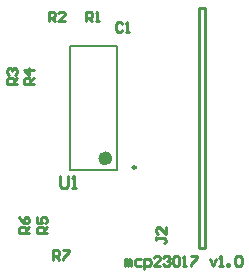
<source format=gto>
G04 Layer_Color=15132400*
%FSLAX25Y25*%
%MOIN*%
G70*
G01*
G75*
%ADD16C,0.01000*%
%ADD23C,0.00984*%
%ADD24C,0.02362*%
%ADD25C,0.00787*%
D16*
X184000Y336000D02*
X186000D01*
Y256000D02*
Y336000D01*
X184000Y256000D02*
X186000D01*
X184000D02*
Y336000D01*
X158633Y330666D02*
X158099Y331199D01*
X157033D01*
X156500Y330666D01*
Y328533D01*
X157033Y328000D01*
X158099D01*
X158633Y328533D01*
X159699Y328000D02*
X160765D01*
X160232D01*
Y331199D01*
X159699Y330666D01*
X169801Y259633D02*
Y258566D01*
Y259100D01*
X172467D01*
X173000Y258566D01*
Y258033D01*
X172467Y257500D01*
X173000Y262832D02*
Y260699D01*
X170867Y262832D01*
X170334D01*
X169801Y262298D01*
Y261232D01*
X170334Y260699D01*
X146500Y331500D02*
Y334699D01*
X148100D01*
X148633Y334166D01*
Y333100D01*
X148100Y332566D01*
X146500D01*
X147566D02*
X148633Y331500D01*
X149699D02*
X150765D01*
X150232D01*
Y334699D01*
X149699Y334166D01*
X134000Y331500D02*
Y334699D01*
X135600D01*
X136133Y334166D01*
Y333100D01*
X135600Y332566D01*
X134000D01*
X135066D02*
X136133Y331500D01*
X139332D02*
X137199D01*
X139332Y333633D01*
Y334166D01*
X138798Y334699D01*
X137732D01*
X137199Y334166D01*
X123500Y310500D02*
X120301D01*
Y312100D01*
X120834Y312633D01*
X121900D01*
X122434Y312100D01*
Y310500D01*
Y311566D02*
X123500Y312633D01*
X120834Y313699D02*
X120301Y314232D01*
Y315299D01*
X120834Y315832D01*
X121367D01*
X121900Y315299D01*
Y314765D01*
Y315299D01*
X122434Y315832D01*
X122967D01*
X123500Y315299D01*
Y314232D01*
X122967Y313699D01*
X129000Y310500D02*
X125801D01*
Y312100D01*
X126334Y312633D01*
X127401D01*
X127934Y312100D01*
Y310500D01*
Y311566D02*
X129000Y312633D01*
Y315299D02*
X125801D01*
X127401Y313699D01*
Y315832D01*
X137900Y279899D02*
Y276566D01*
X138567Y275900D01*
X139899D01*
X140566Y276566D01*
Y279899D01*
X141899Y275900D02*
X143232D01*
X142565D01*
Y279899D01*
X141899Y279232D01*
X133500Y260900D02*
X130301D01*
Y262499D01*
X130834Y263033D01*
X131901D01*
X132434Y262499D01*
Y260900D01*
Y261966D02*
X133500Y263033D01*
X130301Y266232D02*
Y264099D01*
X131901D01*
X131367Y265165D01*
Y265699D01*
X131901Y266232D01*
X132967D01*
X133500Y265699D01*
Y264632D01*
X132967Y264099D01*
X127500Y260900D02*
X124301D01*
Y262499D01*
X124834Y263033D01*
X125900D01*
X126434Y262499D01*
Y260900D01*
Y261966D02*
X127500Y263033D01*
X124301Y266232D02*
X124834Y265165D01*
X125900Y264099D01*
X126967D01*
X127500Y264632D01*
Y265699D01*
X126967Y266232D01*
X126434D01*
X125900Y265699D01*
Y264099D01*
X135500Y252000D02*
Y255199D01*
X137100D01*
X137633Y254666D01*
Y253600D01*
X137100Y253066D01*
X135500D01*
X136566D02*
X137633Y252000D01*
X138699Y255199D02*
X140832D01*
Y254666D01*
X138699Y252533D01*
Y252000D01*
X159500Y250000D02*
Y252133D01*
X160033D01*
X160566Y251600D01*
Y250000D01*
Y251600D01*
X161100Y252133D01*
X161633Y251600D01*
Y250000D01*
X164832Y252133D02*
X163232D01*
X162699Y251600D01*
Y250533D01*
X163232Y250000D01*
X164832D01*
X165898Y248934D02*
Y252133D01*
X167497D01*
X168031Y251600D01*
Y250533D01*
X167497Y250000D01*
X165898D01*
X171230D02*
X169097D01*
X171230Y252133D01*
Y252666D01*
X170696Y253199D01*
X169630D01*
X169097Y252666D01*
X172296D02*
X172829Y253199D01*
X173895D01*
X174428Y252666D01*
Y252133D01*
X173895Y251600D01*
X173362D01*
X173895D01*
X174428Y251066D01*
Y250533D01*
X173895Y250000D01*
X172829D01*
X172296Y250533D01*
X175495Y252666D02*
X176028Y253199D01*
X177094D01*
X177628Y252666D01*
Y250533D01*
X177094Y250000D01*
X176028D01*
X175495Y250533D01*
Y252666D01*
X178694Y250000D02*
X179760D01*
X179227D01*
Y253199D01*
X178694Y252666D01*
X181360Y253199D02*
X183492D01*
Y252666D01*
X181360Y250533D01*
Y250000D01*
X187758Y252133D02*
X188824Y250000D01*
X189890Y252133D01*
X190956Y250000D02*
X192023D01*
X191490D01*
Y253199D01*
X190956Y252666D01*
X193622Y250000D02*
Y250533D01*
X194156D01*
Y250000D01*
X193622D01*
X196288Y252666D02*
X196821Y253199D01*
X197888D01*
X198421Y252666D01*
Y250533D01*
X197888Y250000D01*
X196821D01*
X196288Y250533D01*
Y252666D01*
D23*
X163075Y282815D02*
G03*
X163075Y282815I-492J0D01*
G01*
D24*
X154118Y285768D02*
G03*
X154118Y285768I-1181J0D01*
G01*
D25*
X156874Y281831D02*
Y323169D01*
X141126Y281831D02*
Y323169D01*
Y281831D02*
X156874D01*
X141126Y323169D02*
X156874D01*
M02*

</source>
